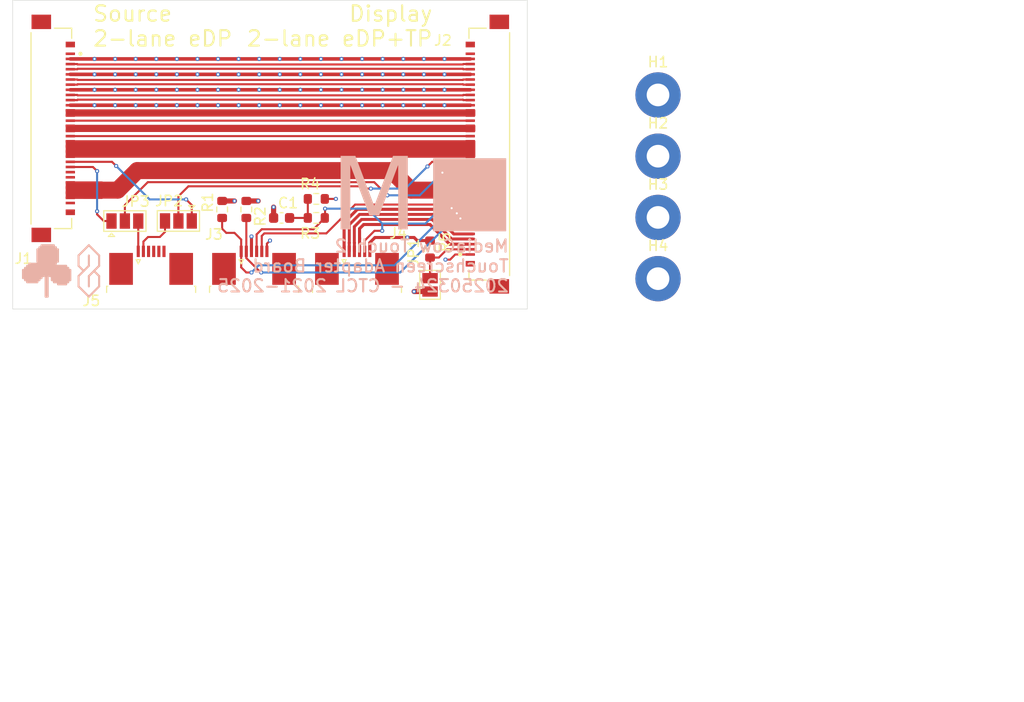
<source format=kicad_pcb>
(kicad_pcb (version 20240108) (generator "pcbnew") (generator_version "8.0")
  (layers (0 "F.Cu" signal) (1 "In1.Cu" signal) (2 "In2.Cu" signal) (31 "B.Cu" signal) (34 "B.Paste" user) (35 "F.Paste" user) (36 "B.SilkS" user "B.Silkscreen") (37 "F.SilkS" user "F.Silkscreen") (38 "B.Mask" user) (39 "F.Mask" user) (44 "Edge.Cuts" user))
  (net 0 "")
  (net 1 "TP_VSS")
  (net 2 "Net-(C1-Pad1)")
  (net 3 "GND")
  (net 4 "BL_GND")
  (net 5 "HS_GND")
  (net 6 "LCD_GND")
  (net 8 "LCD_VCC")
  (net 9 "EDP_TX1_N")
  (net 10 "BL_PWR")
  (net 11 "EDP_TX1_P")
  (net 12 "LCD_BIST")
  (net 13 "BL_PWM_MU")
  (net 14 "EDP_AUX_N")
  (net 15 "EDP_HPD")
  (net 16 "EDP_TX0_P")
  (net 17 "EDP_TX0_N")
  (net 18 "BL_EN_MU")
  (net 19 "EDP_AUX_P")
  (net 20 "BL_PWM")
  (net 21 "TP_RS")
  (net 22 "TP_I2C_SDA")
  (net 23 "TP_VCC")
  (net 24 "TP_INT")
  (net 25 "BL_EN")
  (net 26 "TP_USB_N")
  (net 27 "TP_I2C_SCL")
  (net 28 "TP_USB_P")
  (net 29 "TP_RST")
  (net 30 "BL_EN_EXT")
  (net 32 "BL_PWM_EXT")
  (footprint "Resistor_SMD:R_0603_1608Metric" (layer "F.Cu") (at 120.65 120.375 -90)
    (property "Reference" "R1" (at -0.675 1.4 90) (layer "F.SilkS"))
    (property "Value" "2.2K")
    (pad "1" smd roundrect (at -0.825 0 270) (size 0.8 0.95) (layers "F.Cu" "F.Paste" "F.Mask") (net 23 "TP_VCC"))
    (pad "2" smd roundrect (at 0.825 0 270) (size 0.8 0.95) (layers "F.Cu" "F.Paste" "F.Mask") (net 27 "TP_I2C_SCL"))
  )
  (footprint "Resistor_SMD:R_0603_1608Metric" (layer "F.Cu") (at 123 120.375 -90)
    (property "Reference" "R2" (at 0.675 -1.35 90) (layer "F.SilkS"))
    (property "Value" "2.2K")
    (pad "1" smd roundrect (at -0.825 0 270) (size 0.8 0.95) (layers "F.Cu" "F.Paste" "F.Mask") (net 23 "TP_VCC"))
    (pad "2" smd roundrect (at 0.825 0 270) (size 0.8 0.95) (layers "F.Cu" "F.Paste" "F.Mask") (net 22 "TP_I2C_SDA"))
  )
  (footprint "Resistor_SMD:R_0603_1608Metric" (layer "F.Cu") (at 129.8 121.2 180)
    (property "Reference" "R3" (at 0.6 -1.5 0) (layer "F.SilkS"))
    (property "Value" "1K")
    (pad "1" smd roundrect (at -0.825 0 180) (size 0.8 0.95) (layers "F.Cu" "F.Paste" "F.Mask") (net 29 "TP_RST"))
    (pad "2" smd roundrect (at 0.825 0 180) (size 0.8 0.95) (layers "F.Cu" "F.Paste" "F.Mask") (net 2 "Net-(C1-Pad1)"))
  )
  (footprint "Jumper:SolderJumper-3_P1.3mm_Open_Pad1.0x1.5mm" (layer "F.Cu") (at 111.2 121.5)
    (property "Reference" "JP3" (at 1.05 -1.9 0) (layer "F.SilkS"))
    (property "Value" "Jumper_3_Open" (hide yes))
    (pad "1" smd rect (at -1.3 0) (size 1 1.5) (layers "F.Cu" "F.Mask") (net 13 "BL_PWM_MU"))
    (pad "2" smd rect (at 0 0) (size 1 1.5) (layers "F.Cu" "F.Mask") (net 20 "BL_PWM"))
    (pad "3" smd rect (at 1.3 0) (size 1 1.5) (layers "F.Cu" "F.Mask") (net 32 "BL_PWM_EXT"))
  )
  (footprint "MediaCow:IPEX_20455-030E-76" (layer "F.Cu") (at 103.98 112.5 -90)
    (property "Reference" "J1" (at 12.65 2.63 0) (layer "F.SilkS"))
    (property "Value" "20455-030E-76")
    (pad "1" smd rect (at -7.25 -1.92 270) (size 0.25 0.9) (layers "F.Cu" "F.Paste" "F.Mask"))
    (pad "2" smd rect (at -6.75 -1.92 270) (size 0.25 0.9) (layers "F.Cu" "F.Paste" "F.Mask") (net 5 "HS_GND"))
    (pad "3" smd rect (at -6.25 -1.92 270) (size 0.25 0.9) (layers "F.Cu" "F.Paste" "F.Mask") (net 9 "EDP_TX1_N"))
    (pad "4" smd rect (at -5.75 -1.92 270) (size 0.25 0.9) (layers "F.Cu" "F.Paste" "F.Mask") (net 11 "EDP_TX1_P"))
    (pad "5" smd rect (at -5.25 -1.92 270) (size 0.25 0.9) (layers "F.Cu" "F.Paste" "F.Mask") (net 5 "HS_GND"))
    (pad "6" smd rect (at -4.75 -1.92 270) (size 0.25 0.9) (layers "F.Cu" "F.Paste" "F.Mask") (net 17 "EDP_TX0_N"))
    (pad "7" smd rect (at -4.25 -1.92 270) (size 0.25 0.9) (layers "F.Cu" "F.Paste" "F.Mask") (net 16 "EDP_TX0_P"))
    (pad "8" smd rect (at -3.75 -1.92 270) (size 0.25 0.9) (layers "F.Cu" "F.Paste" "F.Mask") (net 5 "HS_GND"))
    (pad "9" smd rect (at -3.25 -1.92 270) (size 0.25 0.9) (layers "F.Cu" "F.Paste" "F.Mask") (net 19 "EDP_AUX_P"))
    (pad "10" smd rect (at -2.75 -1.92 270) (size 0.25 0.9) (layers "F.Cu" "F.Paste" "F.Mask") (net 14 "EDP_AUX_N"))
    (pad "11" smd rect (at -2.25 -1.92 270) (size 0.25 0.9) (layers "F.Cu" "F.Paste" "F.Mask") (net 5 "HS_GND"))
    (pad "12" smd rect (at -1.75 -1.92 270) (size 0.25 0.9) (layers "F.Cu" "F.Paste" "F.Mask") (net 8 "LCD_VCC"))
    (pad "13" smd rect (at -1.25 -1.92 270) (size 0.25 0.9) (layers "F.Cu" "F.Paste" "F.Mask") (net 8 "LCD_VCC"))
    (pad "14" smd rect (at -0.75 -1.92 270) (size 0.25 0.9) (layers "F.Cu" "F.Paste" "F.Mask") (net 12 "LCD_BIST"))
    (pad "15" smd rect (at -0.25 -1.92 270) (size 0.25 0.9) (layers "F.Cu" "F.Paste" "F.Mask") (net 6 "LCD_GND"))
    (pad "16" smd rect (at 0.25 -1.92 270) (size 0.25 0.9) (layers "F.Cu" "F.Paste" "F.Mask") (net 6 "LCD_GND"))
    (pad "17" smd rect (at 0.75 -1.92 270) (size 0.25 0.9) (layers "F.Cu" "F.Paste" "F.Mask") (net 15 "EDP_HPD"))
    (pad "18" smd rect (at 1.25 -1.92 270) (size 0.25 0.9) (layers "F.Cu" "F.Paste" "F.Mask") (net 4 "BL_GND"))
    (pad "19" smd rect (at 1.75 -1.92 270) (size 0.25 0.9) (layers "F.Cu" "F.Paste" "F.Mask") (net 4 "BL_GND"))
    (pad "20" smd rect (at 2.25 -1.92 270) (size 0.25 0.9) (layers "F.Cu" "F.Paste" "F.Mask") (net 4 "BL_GND"))
    (pad "21" smd rect (at 2.75 -1.92 270) (size 0.25 0.9) (layers "F.Cu" "F.Paste" "F.Mask") (net 4 "BL_GND"))
    (pad "22" smd rect (at 3.25 -1.92 270) (size 0.25 0.9) (layers "F.Cu" "F.Paste" "F.Mask") (net 18 "BL_EN_MU"))
    (pad "23" smd rect (at 3.75 -1.92 270) (size 0.25 0.9) (layers "F.Cu" "F.Paste" "F.Mask") (net 13 "BL_PWM_MU"))
    (pad "24" smd rect (at 4.25 -1.92 270) (size 0.25 0.9) (layers "F.Cu" "F.Paste" "F.Mask"))
    (pad "25" smd rect (at 4.75 -1.92 270) (size 0.25 0.9) (layers "F.Cu" "F.Paste" "F.Mask"))
    (pad "26" smd rect (at 5.25 -1.92 270) (size 0.25 0.9) (layers "F.Cu" "F.Paste" "F.Mask") (net 10 "BL_PWR"))
    (pad "27" smd rect (at 5.75 -1.92 270) (size 0.25 0.9) (layers "F.Cu" "F.Paste" "F.Mask") (net 10 "BL_PWR"))
    (pad "28" smd rect (at 6.25 -1.92 270) (size 0.25 0.9) (layers "F.Cu" "F.Paste" "F.Mask") (net 10 "BL_PWR"))
    (pad "29" smd rect (at 6.75 -1.92 270) (size 0.25 0.9) (layers "F.Cu" "F.Paste" "F.Mask") (net 10 "BL_PWR"))
    (pad "30" smd rect (at 7.25 -1.92 270) (size 0.25 0.9) (layers "F.Cu" "F.Paste" "F.Mask"))
    (pad "S1" smd rect (at -8.15 -1.92 270) (size 0.55 0.9) (layers "F.Cu" "F.Paste" "F.Mask") (net 3 "GND"))
    (pad "S2" smd rect (at -10.35 0.9 270) (size 1.4 1.9) (layers "F.Cu" "F.Paste" "F.Mask") (net 3 "GND"))
    (pad "S3" smd rect (at 8.15 -1.92 270) (size 0.55 0.9) (layers "F.Cu" "F.Paste" "F.Mask") (net 3 "GND"))
    (pad "S4" smd rect (at 10.35 0.9 270) (size 1.4 1.9) (layers "F.Cu" "F.Paste" "F.Mask") (net 3 "GND"))
  )
  (footprint "MountingHole:MountingHole_2.2mm_M2_Pad" (layer "F.Cu") (at 163 121.15)
    (property "Reference" "H3" (at 0 -3.2 0) (layer "F.SilkS"))
    (property "Value" "MountingHole_Pad")
    (pad "1" thru_hole circle (at 0 0) (size 4.4 4.4) (drill 2.2) (layers "*.Cu" "*.Mask" "In3.Cu" "In4.Cu" "In5.Cu" "In6.Cu" "In7.Cu" "In8.Cu" "In9.Cu" "In10.Cu" "In11.Cu" "In12.Cu" "In13.Cu" "In14.Cu" "In15.Cu" "In16.Cu" "In17.Cu" "In18.Cu" "In19.Cu" "In20.Cu" "In21.Cu" "In22.Cu" "In23.Cu" "In24.Cu" "In25.Cu" "In26.Cu" "In27.Cu" "In28.Cu" "In29.Cu" "In30.Cu") (net 3 "GND"))
  )
  (footprint "Jumper:SolderJumper-2_P1.3mm_Open_Pad1.0x1.5mm" (layer "F.Cu") (at 140.85 127.7 -90)
    (property "Reference" "JP1" (at -3.15 1.6 90) (layer "F.SilkS"))
    (property "Value" "Jumper_2_Open")
    (pad "1" smd rect (at -0.65 0 270) (size 1 1.5) (layers "F.Cu" "F.Mask") (net 21 "TP_RS"))
    (pad "2" smd rect (at 0.65 0 270) (size 1 1.5) (layers "F.Cu" "F.Mask") (net 1 "TP_VSS"))
  )
  (footprint "MediaCow:IPEX_20455-040E-76" (layer "F.Cu") (at 146.68 115 90)
    (property "Reference" "J2" (at 11.05 -4.58 0) (layer "F.SilkS"))
    (property "Value" "20455-040E-76" (hide yes))
    (pad "1" smd rect (at -9.75 -1.92 90) (size 0.25 0.9) (layers "F.Cu" "F.Paste" "F.Mask") (net 23 "TP_VCC"))
    (pad "2" smd rect (at -9.25 -1.92 90) (size 0.25 0.9) (layers "F.Cu" "F.Paste" "F.Mask") (net 21 "TP_RS"))
    (pad "3" smd rect (at -8.75 -1.92 90) (size 0.25 0.9) (layers "F.Cu" "F.Paste" "F.Mask") (net 1 "TP_VSS"))
    (pad "4" smd rect (at -8.25 -1.92 90) (size 0.25 0.9) (layers "F.Cu" "F.Paste" "F.Mask") (net 26 "TP_USB_N"))
    (pad "5" smd rect (at -7.75 -1.92 90) (size 0.25 0.9) (layers "F.Cu" "F.Paste" "F.Mask") (net 28 "TP_USB_P"))
    (pad "6" smd rect (at -7.25 -1.92 90) (size 0.25 0.9) (layers "F.Cu" "F.Paste" "F.Mask") (net 1 "TP_VSS"))
    (pad "7" smd rect (at -6.75 -1.92 90) (size 0.25 0.9) (layers "F.Cu" "F.Paste" "F.Mask") (net 24 "TP_INT"))
    (pad "8" smd rect (at -6.25 -1.92 90) (size 0.25 0.9) (layers "F.Cu" "F.Paste" "F.Mask") (net 22 "TP_I2C_SDA"))
    (pad "9" smd rect (at -5.75 -1.92 90) (size 0.25 0.9) (layers "F.Cu" "F.Paste" "F.Mask") (net 27 "TP_I2C_SCL"))
    (pad "10" smd rect (at -5.25 -1.92 90) (size 0.25 0.9) (layers "F.Cu" "F.Paste" "F.Mask") (net 29 "TP_RST"))
    (pad "11" smd rect (at -4.75 -1.92 90) (size 0.25 0.9) (layers "F.Cu" "F.Paste" "F.Mask"))
    (pad "12" smd rect (at -4.25 -1.92 90) (size 0.25 0.9) (layers "F.Cu" "F.Paste" "F.Mask") (net 10 "BL_PWR"))
    (pad "13" smd rect (at -3.75 -1.92 90) (size 0.25 0.9) (layers "F.Cu" "F.Paste" "F.Mask") (net 10 "BL_PWR"))
    (pad "14" smd rect (at -3.25 -1.92 90) (size 0.25 0.9) (layers "F.Cu" "F.Paste" "F.Mask") (net 10 "BL_PWR"))
    (pad "15" smd rect (at -2.75 -1.92 90) (size 0.25 0.9) (layers "F.Cu" "F.Paste" "F.Mask") (net 10 "BL_PWR"))
    (pad "16" smd rect (at -2.25 -1.92 90) (size 0.25 0.9) (layers "F.Cu" "F.Paste" "F.Mask"))
    (pad "17" smd rect (at -1.75 -1.92 90) (size 0.25 0.9) (layers "F.Cu" "F.Paste" "F.Mask"))
    (pad "18" smd rect (at -1.25 -1.92 90) (size 0.25 0.9) (layers "F.Cu" "F.Paste" "F.Mask") (net 20 "BL_PWM"))
    (pad "19" smd rect (at -0.75 -1.92 90) (size 0.25 0.9) (layers "F.Cu" "F.Paste" "F.Mask") (net 25 "BL_EN"))
    (pad "20" smd rect (at -0.25 -1.92 90) (size 0.25 0.9) (layers "F.Cu" "F.Paste" "F.Mask") (net 4 "BL_GND"))
    (pad "21" smd rect (at 0.25 -1.92 90) (size 0.25 0.9) (layers "F.Cu" "F.Paste" "F.Mask") (net 4 "BL_GND"))
    (pad "22" smd rect (at 0.75 -1.92 90) (size 0.25 0.9) (layers "F.Cu" "F.Paste" "F.Mask") (net 4 "BL_GND"))
    (pad "23" smd rect (at 1.25 -1.92 90) (size 0.25 0.9) (layers "F.Cu" "F.Paste" "F.Mask") (net 4 "BL_GND"))
    (pad "24" smd rect (at 1.75 -1.92 90) (size 0.25 0.9) (layers "F.Cu" "F.Paste" "F.Mask") (net 15 "EDP_HPD"))
    (pad "25" smd rect (at 2.25 -1.92 90) (size 0.25 0.9) (layers "F.Cu" "F.Paste" "F.Mask") (net 6 "LCD_GND"))
    (pad "26" smd rect (at 2.75 -1.92 90) (size 0.25 0.9) (layers "F.Cu" "F.Paste" "F.Mask") (net 6 "LCD_GND"))
    (pad "27" smd rect (at 3.25 -1.92 90) (size 0.25 0.9) (layers "F.Cu" "F.Paste" "F.Mask") (net 12 "LCD_BIST"))
    (pad "28" smd rect (at 3.75 -1.92 90) (size 0.25 0.9) (layers "F.Cu" "F.Paste" "F.Mask") (net 8 "LCD_VCC"))
    (pad "29" smd rect (at 4.25 -1.92 90) (size 0.25 0.9) (layers "F.Cu" "F.Paste" "F.Mask") (net 8 "LCD_VCC"))
    (pad "30" smd rect (at 4.75 -1.92 90) (size 0.25 0.9) (layers "F.Cu" "F.Paste" "F.Mask") (net 5 "HS_GND"))
    (pad "31" smd rect (at 5.25 -1.92 90) (size 0.25 0.9) (layers "F.Cu" "F.Paste" "F.Mask") (net 14 "EDP_AUX_N"))
    (pad "32" smd rect (at 5.75 -1.92 90) (size 0.25 0.9) (layers "F.Cu" "F.Paste" "F.Mask") (net 19 "EDP_AUX_P"))
    (pad "33" smd rect (at 6.25 -1.92 90) (size 0.25 0.9) (layers "F.Cu" "F.Paste" "F.Mask") (net 5 "HS_GND"))
    (pad "34" smd rect (at 6.75 -1.92 90) (size 0.25 0.9) (layers "F.Cu" "F.Paste" "F.Mask") (net 16 "EDP_TX0_P"))
    (pad "35" smd rect (at 7.25 -1.92 90) (size 0.25 0.9) (layers "F.Cu" "F.Paste" "F.Mask") (net 17 "EDP_TX0_N"))
    (pad "36" smd rect (at 7.75 -1.92 90) (size 0.25 0.9) (layers "F.Cu" "F.Paste" "F.Mask") (net 5 "HS_GND"))
    (pad "37" smd rect (at 8.25 -1.92 90) (size 0.25 0.9) (layers "F.Cu" "F.Paste" "F.Mask") (net 11 "EDP_TX1_P"))
    (pad "38" smd rect (at 8.75 -1.92 90) (size 0.25 0.9) (layers "F.Cu" "F.Paste" "F.Mask") (net 9 "EDP_TX1_N"))
    (pad "39" smd rect (at 9.25 -1.92 90) (size 0.25 0.9) (layers "F.Cu" "F.Paste" "F.Mask") (net 5 "HS_GND"))
    (pad "40" smd rect (at 9.75 -1.92 90) (size 0.25 0.9) (layers "F.Cu" "F.Paste" "F.Mask"))
    (pad "S1" smd rect (at -10.65 -1.92 90) (size 0.55 0.9) (layers "F.Cu" "F.Paste" "F.Mask") (net 3 "GND"))
    (pad "S2" smd rect (at -12.85 0.9 90) (size 1.4 1.9) (layers "F.Cu" "F.Paste" "F.Mask") (net 3 "GND"))
    (pad "S3" smd rect (at 10.65 -1.92 90) (size 0.55 0.9) (layers "F.Cu" "F.Paste" "F.Mask") (net 3 "GND"))
    (pad "S4" smd rect (at 12.85 0.9 90) (size 1.4 1.9) (layers "F.Cu" "F.Paste" "F.Mask") (net 3 "GND"))
  )
  (footprint "Capacitor_SMD:C_0603_1608Metric" (layer "F.Cu") (at 126.425 121.2 180)
    (property "Reference" "C1" (at -0.625 1.45 0) (layer "F.SilkS"))
    (property "Value" "4.7uF")
    (pad "1" smd roundrect (at -0.775 0 180) (size 0.9 0.95) (layers "F.Cu" "F.Paste" "F.Mask") (net 2 "Net-(C1-Pad1)"))
    (pad "2" smd roundrect (at 0.775 0 180) (size 0.9 0.95) (layers "F.Cu" "F.Paste" "F.Mask") (net 1 "TP_VSS"))
  )
  (footprint "MountingHole:MountingHole_2.2mm_M2_Pad" (layer "F.Cu") (at 163 127.1)
    (property "Reference" "H4" (at 0 -3.2 0) (layer "F.SilkS"))
    (property "Value" "MountingHole_Pad")
    (pad "1" thru_hole circle (at 0 0) (size 4.4 4.4) (drill 2.2) (layers "*.Cu" "*.Mask" "In3.Cu" "In4.Cu" "In5.Cu" "In6.Cu" "In7.Cu" "In8.Cu" "In9.Cu" "In10.Cu" "In11.Cu" "In12.Cu" "In13.Cu" "In14.Cu" "In15.Cu" "In16.Cu" "In17.Cu" "In18.Cu" "In19.Cu" "In20.Cu" "In21.Cu" "In22.Cu" "In23.Cu" "In24.Cu" "In25.Cu" "In26.Cu" "In27.Cu" "In28.Cu" "In29.Cu" "In30.Cu") (net 3 "GND"))
  )
  (footprint "MountingHole:MountingHole_2.2mm_M2_Pad" (layer "F.Cu") (at 163 115.2)
    (property "Reference" "H2" (at 0 -3.2 0) (layer "F.SilkS"))
    (property "Value" "MountingHole_Pad")
    (pad "1" thru_hole circle (at 0 0) (size 4.4 4.4) (drill 2.2) (layers "*.Cu" "*.Mask" "In3.Cu" "In4.Cu" "In5.Cu" "In6.Cu" "In7.Cu" "In8.Cu" "In9.Cu" "In10.Cu" "In11.Cu" "In12.Cu" "In13.Cu" "In14.Cu" "In15.Cu" "In16.Cu" "In17.Cu" "In18.Cu" "In19.Cu" "In20.Cu" "In21.Cu" "In22.Cu" "In23.Cu" "In24.Cu" "In25.Cu" "In26.Cu" "In27.Cu" "In28.Cu" "In29.Cu" "In30.Cu") (net 3 "GND"))
  )
  (footprint "MountingHole:MountingHole_2.2mm_M2_Pad" (layer "F.Cu") (at 163 109.25)
    (property "Reference" "H1" (at 0 -3.2 0) (layer "F.SilkS"))
    (property "Value" "MountingHole_Pad")
    (pad "1" thru_hole circle (at 0 0) (size 4.4 4.4) (drill 2.2) (layers "*.Cu" "*.Mask" "In3.Cu" "In4.Cu" "In5.Cu" "In6.Cu" "In7.Cu" "In8.Cu" "In9.Cu" "In10.Cu" "In11.Cu" "In12.Cu" "In13.Cu" "In14.Cu" "In15.Cu" "In16.Cu" "In17.Cu" "In18.Cu" "In19.Cu" "In20.Cu" "In21.Cu" "In22.Cu" "In23.Cu" "In24.Cu" "In25.Cu" "In26.Cu" "In27.Cu" "In28.Cu" "In29.Cu" "In30.Cu") (net 3 "GND"))
  )
  (footprint "Resistor_SMD:R_0603_1608Metric" (layer "F.Cu") (at 129.8 119.35 180)
    (property "Reference" "R4" (at 0.6 1.45 0) (layer "F.SilkS"))
    (property "Value" "10K")
    (pad "1" smd roundrect (at -0.825 0 180) (size 0.8 0.95) (layers "F.Cu" "F.Paste" "F.Mask") (net 23 "TP_VCC"))
    (pad "2" smd roundrect (at 0.825 0 180) (size 0.8 0.95) (layers "F.Cu" "F.Paste" "F.Mask") (net 2 "Net-(C1-Pad1)"))
  )
  (footprint "Resistor_SMD:R_0603_1608Metric" (layer "F.Cu") (at 140.85 124.225 -90)
    (property "Reference" "R5" (at -0.675 -1.45 90) (layer "F.SilkS"))
    (property "Value" "10K")
    (pad "1" smd roundrect (at -0.825 0 270) (size 0.8 0.95) (layers "F.Cu" "F.Paste" "F.Mask") (net 23 "TP_VCC"))
    (pad "2" smd roundrect (at 0.825 0 270) (size 0.8 0.95) (layers "F.Cu" "F.Paste" "F.Mask") (net 21 "TP_RS"))
  )
  (footprint "Connector_FFC-FPC:TE_0-1734839-6_1x06-1MP_P0.5mm_Horizontal" (layer "F.Cu") (at 133.75 125.8)
    (property "Reference" "J4" (at 4 -3.1 0) (layer "F.SilkS"))
    (property "Value" "Touch Data - USB")
    (pad "1" smd rect (at -1.25 -1.35) (size 0.3 1.1) (layers "F.Cu" "F.Paste" "F.Mask") (net 1 "TP_VSS"))
    (pad "2" smd rect (at -0.75 -1.35) (size 0.3 1.1) (layers "F.Cu" "F.Paste" "F.Mask") (net 28 "TP_USB_P"))
    (pad "3" smd rect (at -0.25 -1.35) (size 0.3 1.1) (layers "F.Cu" "F.Paste" "F.Mask") (net 26 "TP_USB_N"))
    (pad "4" smd rect (at 0.25 -1.35) (size 0.3 1.1) (layers "F.Cu" "F.Paste" "F.Mask") (net 1 "TP_VSS"))
    (pad "5" smd rect (at 0.75 -1.35) (size 0.3 1.1) (layers "F.Cu" "F.Paste" "F.Mask") (net 29 "TP_RST"))
    (pad "6" smd rect (at 1.25 -1.35) (size 0.3 1.1) (layers "F.Cu" "F.Paste" "F.Mask") (net 23 "TP_VCC"))
    (pad "MP" smd rect (at -2.92 0.35) (size 2.3 3.1) (layers "F.Cu" "F.Paste" "F.Mask"))
    (pad "MP" smd rect (at 2.92 0.35) (size 2.3 3.1) (layers "F.Cu" "F.Paste" "F.Mask"))
  )
  (footprint "Connector_FFC-FPC:TE_0-1734839-6_1x06-1MP_P0.5mm_Horizontal" (layer "F.Cu") (at 123.75 125.8)
    (property "Reference" "J3" (at -3.9 -3 0) (layer "F.SilkS"))
    (property "Value" "Touch Data - I2C")
    (pad "1" smd rect (at -1.25 -1.35) (size 0.3 1.1) (layers "F.Cu" "F.Paste" "F.Mask") (net 27 "TP_I2C_SCL"))
    (pad "2" smd rect (at -0.75 -1.35) (size 0.3 1.1) (layers "F.Cu" "F.Paste" "F.Mask") (net 22 "TP_I2C_SDA"))
    (pad "3" smd rect (at -0.25 -1.35) (size 0.3 1.1) (layers "F.Cu" "F.Paste" "F.Mask") (net 1 "TP_VSS"))
    (pad "4" smd rect (at 0.25 -1.35) (size 0.3 1.1) (layers "F.Cu" "F.Paste" "F.Mask") (net 29 "TP_RST"))
    (pad "5" smd rect (at 0.75 -1.35) (size 0.3 1.1) (layers "F.Cu" "F.Paste" "F.Mask") (net 24 "TP_INT"))
    (pad "6" smd rect (at 1.25 -1.35) (size 0.3 1.1) (layers "F.Cu" "F.Paste" "F.Mask") (net 23 "TP_VCC"))
    (pad "MP" smd rect (at -2.92 0.35) (size 2.3 3.1) (layers "F.Cu" "F.Paste" "F.Mask"))
    (pad "MP" smd rect (at 2.92 0.35) (size 2.3 3.1) (layers "F.Cu" "F.Paste" "F.Mask"))
  )
  (footprint "Jumper:SolderJumper-3_P1.3mm_Open_Pad1.0x1.5mm" (layer "F.Cu") (at 116.4 121.4925 180)
    (property "Reference" "JP2" (at 0.9 1.9425 0) (layer "F.SilkS"))
    (property "Value" "Jumper_3_Open" (hide yes))
    (pad "1" smd rect (at -1.3 0 180) (size 1 1.5) (layers "F.Cu" "F.Mask") (net 18 "BL_EN_MU"))
    (pad "2" smd rect (at 0 0 180) (size 1 1.5) (layers "F.Cu" "F.Mask") (net 25 "BL_EN"))
    (pad "3" smd rect (at 1.3 0 180) (size 1 1.5) (layers "F.Cu" "F.Mask") (net 30 "BL_EN_EXT"))
  )
  (footprint "Connector_FFC-FPC:TE_0-1734839-6_1x06-1MP_P0.5mm_Horizontal" (layer "F.Cu") (at 113.75 125.8)
    (property "Reference" "J5" (at -5.8 3.45 0) (layer "F.SilkS"))
    (property "Value" "External Backlight Control")
    (pad "1" smd rect (at -1.25 -1.35) (size 0.3 1.1) (layers "F.Cu" "F.Paste" "F.Mask") (net 32 "BL_PWM_EXT"))
    (pad "2" smd rect (at -0.75 -1.35) (size 0.3 1.1) (layers "F.Cu" "F.Paste" "F.Mask") (net 30 "BL_EN_EXT"))
    (pad "3" smd rect (at -0.25 -1.35) (size 0.3 1.1) (layers "F.Cu" "F.Paste" "F.Mask") (net 3 "GND"))
    (pad "4" smd rect (at 0.25 -1.35) (size 0.3 1.1) (layers "F.Cu" "F.Paste" "F.Mask") (net 8 "LCD_VCC"))
    (pad "5" smd rect (at 0.75 -1.35) (size 0.3 1.1) (layers "F.Cu" "F.Paste" "F.Mask"))
    (pad "6" smd rect (at 1.25 -1.35) (size 0.3 1.1) (layers "F.Cu" "F.Paste" "F.Mask") (net 10 "BL_PWR"))
    (pad "MP" smd rect (at -2.92 0.35) (size 2.3 3.1) (layers "F.Cu" "F.Paste" "F.Mask"))
    (pad "MP" smd rect (at 2.92 0.35) (size 2.3 3.1) (layers "F.Cu" "F.Paste" "F.Mask"))
  )
  (gr_rect (start 105.55 112.25) (end 145.15 112.75) (stroke (width 0.2)) (fill solid) (layer "F.Cu") (net 6))
  (gr_rect (start 141.6873 117.75) (end 145.1127 119.25) (stroke (width 0.2)) (fill solid) (layer "F.Cu") (net 10))
  (gr_rect (start 105.55 113.75) (end 145.15 115.25) (stroke (width 0.2)) (fill solid) (layer "F.Cu") (net 4))
  (gr_rect (start 105.55 110.75) (end 145.15 111.25) (stroke (width 0.2)) (fill solid) (layer "F.Cu") (net 8))
  (gr_rect (start 105.55 117.75) (end 108.9754 119.25) (stroke (width 0.2)) (fill solid) (layer "F.Cu") (net 10))
  (gr_line (start 107.7 125.85) (end 107.7 124.85) (stroke (width 0.2)) (layer "B.SilkS"))
  (gr_line (start 107.7 127.85) (end 107.7 126.85) (stroke (width 0.2)) (layer "B.SilkS"))
  (gr_line (start 106.7 125.85) (end 107.2 126.35) (stroke (width 0.2)) (layer "B.SilkS"))
  (gr_poly (pts (xy 103.7 128.85) (xy 103.7 126.65) (xy 103.9 126.65) (xy 103.9 126.85) (xy 104.1 126.85) (xy 104.1 127.25) (xy 104.3 127.25) (xy 104.3 127.45) (xy 104.7 127.45) (xy 104.7 127.65) (xy 105.5 127.65) (xy 105.5 127.45) (xy 105.7 127.45) (xy 105.7 127.25) (xy 105.9 127.25) (xy 105.9 126.25) (xy 105.7 126.25) (xy 105.7 126.05) (xy 105.5 126.05) (xy 105.5 125.85) (xy 104.3 125.85) (xy 104.3 126.05) (xy 104.1 126.05) (xy 104.1 126.25) (xy 103.9 126.25) (xy 103.9 126.05) (xy 104.1 126.05) (xy 104.1 125.85) (xy 104.3 125.85) (xy 104.3 125.65) (xy 104.5 125.65) (xy 104.5 125.45) (xy 104.7 125.45) (xy 104.7 124.25) (xy 104.5 124.25) (xy 104.5 124.05) (xy 104.3 124.05) (xy 104.3 123.85) (xy 103.1 123.85) (xy 103.1 124.05) (xy 102.9 124.05) (xy 102.9 124.25) (xy 102.7 124.25) (xy 102.7 125.45) (xy 102.9 125.45) (xy 102.9 125.65) (xy 103.1 125.65) (xy 103.1 125.85) (xy 103.3 125.85) (xy 103.3 126.05) (xy 103.5 126.05) (xy 103.5 126.25) (xy 103.3 126.25) (xy 103.3 126.05) (xy 103.1 126.05) (xy 103.1 125.85) (xy 102.9 125.85) (xy 102.9 125.65) (xy 101.9 125.65) (xy 101.9 125.85) (xy 101.7 125.85) (xy 101.7 126.05) (xy 101.5 126.05) (xy 101.5 126.25) (xy 101.3 126.25) (xy 101.3 127.05) (xy 101.5 127.05) (xy 101.5 127.25) (xy 101.7 127.25) (xy 101.7 127.45) (xy 102.7 127.45) (xy 102.7 127.25) (xy 102.9 127.25) (xy 102.9 127.05) (xy 103.1 127.05) (xy 103.1 126.85) (xy 103.3 126.85) (xy 103.3 126.65) (xy 103.5 126.65) (xy 103.5 128.85)) (stroke (width 0.2)) (fill solid) (layer "B.SilkS"))
  (gr_line (start 108.7 125.85) (end 107.7 126.85) (stroke (width 0.2)) (layer "B.SilkS"))
  (gr_line (start 107.7 128.85) (end 106.7 127.85) (stroke (width 0.2)) (layer "B.SilkS"))
  (gr_line (start 108.7 127.85) (end 107.7 128.85) (stroke (width 0.2)) (layer "B.SilkS"))
  (gr_line (start 107.7 123.85) (end 106.7 124.85) (stroke (width 0.2)) (layer "B.SilkS"))
  (gr_line (start 107.7 125.85) (end 106.7 126.85) (stroke (width 0.2)) (layer "B.SilkS"))
  (gr_line (start 108.7 124.85) (end 107.7 123.85) (stroke (width 0.2)) (layer "B.SilkS"))
  (gr_line (start 108.7 127.85) (end 108.7 126.85) (stroke (width 0.2)) (layer "B.SilkS"))
  (gr_line (start 106.7 127.85) (end 106.7 126.85) (stroke (width 0.2)) (layer "B.SilkS"))
  (gr_line (start 108.7 125.85) (end 108.7 124.85) (stroke (width 0.2)) (layer "B.SilkS"))
  (gr_rect (start 141.2 115.45) (end 148.2 122.45) (stroke (width 0.1)) (fill solid) (layer "B.SilkS"))
  (gr_line (start 108.7 126.85) (end 108.2 126.35) (stroke (width 0.2)) (layer "B.SilkS"))
  (gr_line (start 106.7 124.85) (end 106.7 125.85) (stroke (width 0.2)) (layer "B.SilkS"))
  (gr_rect (start 100.3 100.05) (end 150.3 130.05) (stroke (width 0.05)) (fill none) (layer "Edge.Cuts"))
  (gr_text "M" (at 131.2 123.5 0) (layer "B.SilkS") (effects (font (size 7 7) (thickness 0.1)) (justify right bottom mirror)))
  (gr_text "MediaCow Touch 2\nTouchscreen Adapter Board\n20250324 - CTCL 2021-2025" (at 148.6 128.5 0) (layer "B.SilkS") (effects (font (size 1.2 1.2) (thickness 0.2) (bold yes)) (justify left bottom mirror)))
  (gr_text "Source\n2-lane eDP" (at 108 104.65 0) (layer "F.SilkS") (effects (font (size 1.5 1.5) (thickness 0.2)) (justify left bottom)))
  (gr_text "Display\n2-lane eDP+TP" (at 141.2 104.65 0) (layer "F.SilkS") (effects (font (size 1.5 1.5) (thickness 0.2)) (justify right bottom)))
  (segment (start 134.405526 121.8376) (end 140.844474 121.8376) (width 0.3) (layer "F.Cu") (net 1))
  (segment (start 134 122.243126) (end 134.405526 121.8376) (width 0.3) (layer "F.Cu") (net 1))
  (segment (start 134 123.25) (end 134 124.45) (width 0.3) (layer "F.Cu") (net 1))
  (segment (start 133.7876 120.3624) (end 141.4624 120.3624) (width 0.3) (layer "F.Cu") (net 1))
  (segment (start 141.4624 120.3624) (end 143.35 122.25) (width 0.3) (layer "F.Cu") (net 1))
  (segment (start 140.85 128.35) (end 139.3 128.35) (width 0.5) (layer "F.Cu") (net 1))
  (segment (start 125.65 120.15) (end 125.65 121.2) (width 0.5) (layer "F.Cu") (net 1))
  (segment (start 132.5 121.65) (end 133.7876 120.3624) (width 0.3) (layer "F.Cu") (net 1))
  (segment (start 134 123.25) (end 134 122.243126) (width 0.3) (layer "F.Cu") (net 1))
  (segment (start 132.5 124.45) (end 132.5 121.65) (width 0.3) (layer "F.Cu") (net 1))
  (segment (start 142.756874 123.75) (end 144.76 123.75) (width 0.3) (layer "F.Cu") (net 1))
  (segment (start 143.35 122.25) (end 144.76 122.25) (width 0.3) (layer "F.Cu") (net 1))
  (segment (start 140.844474 121.8376) (end 142.756874 123.75) (width 0.3) (layer "F.Cu") (net 1))
  (segment (start 123.5 124.45) (end 123.5 123) (width 0.3) (layer "F.Cu") (net 1))
  (segment (start 134 123.1) (end 134 123.25) (width 0.3) (layer "F.Cu") (net 1))
  (via (at 123.5 123) (size 0.4) (drill 0.2) (layers "F.Cu" "B.Cu") (net 1))
  (via (at 125.65 120.15) (size 0.4) (drill 0.2) (layers "F.Cu" "B.Cu") (net 1))
  (via (at 139.3 128.35) (size 0.4) (drill 0.2) (layers "F.Cu" "B.Cu") (net 1))
  (segment (start 128.975 119.35) (end 128.975 121.2) (width 0.2) (layer "F.Cu") (net 2))
  (segment (start 128.975 121.2) (end 127.2 121.2) (width 0.2) (layer "F.Cu") (net 2))
  (segment (start 105.9 110.25) (end 144.76 110.25) (width 0.35) (layer "F.Cu") (net 5))
  (segment (start 105.9 107.25) (end 144.76 107.25) (width 0.35) (layer "F.Cu") (net 5))
  (segment (start 144.76 108.75) (end 105.9 108.75) (width 0.35) (layer "F.Cu") (net 5))
  (segment (start 144.76 105.75) (end 105.9 105.75) (width 0.35) (layer "F.Cu") (net 5))
  (via (at 138.25 107.25) (size 0.4) (drill 0.2) (layers "F.Cu" "B.Cu") (net 5))
  (via (at 140.25 108.75) (size 0.4) (drill 0.2) (layers "F.Cu" "B.Cu") (net 5))
  (via (at 120.25 105.75) (size 0.4) (drill 0.2) (layers "F.Cu" "B.Cu") (net 5))
  (via (at 126.25 110.25) (size 0.4) (drill 0.2) (layers "F.Cu" "B.Cu") (net 5))
  (via (at 134.25 110.25) (size 0.4) (drill 0.2) (layers "F.Cu" "B.Cu") (net 5))
  (via (at 116.25 107.25) (size 0.4) (drill 0.2) (layers "F.Cu" "B.Cu") (net 5))
  (via (at 138.25 105.75) (size 0.4) (drill 0.2) (layers "F.Cu" "B.Cu") (net 5))
  (via (at 128.25 105.75) (size 0.4) (drill 0.2) (layers "F.Cu" "B.Cu") (net 5))
  (via (at 124.25 110.25) (size 0.4) (drill 0.2) (layers "F.Cu" "B.Cu") (net 5))
  (via (at 126.25 105.75) (size 0.4) (drill 0.2) (layers "F.Cu" "B.Cu") (net 5))
  (via (at 114.25 105.75) (size 0.4) (drill 0.2) (layers "F.Cu" "B.Cu") (net 5))
  (via (at 140.25 105.75) (size 0.4) (drill 0.2) (layers "F.Cu" "B.Cu") (net 5))
  (via (at 128.25 107.25) (size 0.4) (drill 0.2) (layers "F.Cu" "B.Cu") (net 5))
  (via (at 136.25 105.75) (size 0.4) (drill 0.2) (layers "F.Cu" "B.Cu") (net 5))
  (via (at 142.25 105.75) (size 0.4) (drill 0.2) (layers "F.Cu" "B.Cu") (net 5))
  (via (at 110.25 107.25) (size 0.4) (drill 0.2) (layers "F.Cu" "B.Cu") (net 5))
  (via (at 138.25 110.25) (size 0.4) (drill 0.2) (layers "F.Cu" "B.Cu") (net 5))
  (via (at 114.25 110.25) (size 0.4) (drill 0.2) (layers "F.Cu" "B.Cu") (net 5))
  (via (at 116.25 108.75) (size 0.4) (drill 0.2) (layers "F.Cu" "B.Cu") (net 5))
  (via (at 124.25 107.25) (size 0.4) (drill 0.2) (layers "F.Cu" "B.Cu") (net 5))
  (via (at 136.25 108.75) (size 0.4) (drill 0.2) (layers "F.Cu" "B.Cu") (net 5))
  (via (at 142.25 110.25) (size 0.4) (drill 0.2) (layers "F.Cu" "B.Cu") (net 5))
  (via (at 130.25 105.75) (size 0.4) (drill 0.2) (layers "F.Cu" "B.Cu") (net 5))
  (via (at 108.25 107.25) (size 0.4) (drill 0.2) (layers "F.Cu" "B.Cu") (net 5))
  (via (at 122.25 108.75) (size 0.4) (drill 0.2) (layers "F.Cu" "B.Cu") (net 5))
  (via (at 124.25 108.75) (size 0.4) (drill 0.2) (layers "F.Cu" "B.Cu") (net 5))
  (via (at 142.25 107.25) (size 0.4) (drill 0.2) (layers "F.Cu" "B.Cu") (net 5))
  (via (at 118.25 105.75) (size 0.4) (drill 0.2) (layers "F.Cu" "B.Cu") (net 5))
  (via (at 108.25 108.75) (size 0.4) (drill 0.2) (layers "F.Cu" "B.Cu") (net 5))
  (via (at 122.25 105.75) (size 0.4) (drill 0.2) (layers "F.Cu" "B.Cu") (net 5))
  (via (at 126.25 108.75) (size 0.4) (drill 0.2) (layers "F.Cu" "B.Cu") (net 5))
  (via (at 108.25 105.75) (size 0.4) (drill 0.2) (layers "F.Cu" "B.Cu") (net 5))
  (via (at 132.25 110.25) (size 0.4) (drill 0.2) (layers "F.Cu" "B.Cu") (net 5))
  (via (at 120.25 110.25) (size 0.4) (drill 0.2) (layers "F.Cu" "B.Cu") (net 5))
  (via (at 130.25 108.75) (size 0.4) (drill 0.2) (layers "F.Cu" "B.Cu") (net 5))
  (via (at 134.25 108.75) (size 0.4) (drill 0.2) (layers "F.Cu" "B.Cu") (net 5))
  (via (at 122.25 110.25) (size 0.4) (drill 0.2) (layers "F.Cu" "B.Cu") (net 5))
  (via (at 130.25 107.25) (size 0.4) (drill 0.2) (layers "F.Cu" "B.Cu") (net 5))
  (via (at 136.25 110.25) (size 0.4) (drill 0.2) (layers "F.Cu" "B.Cu") (net 5))
  (via (at 112.25 105.75) (size 0.4) (drill 0.2) (layers "F.Cu" "B.Cu") (net 5))
  (via (at 138.25 108.75) (size 0.4) (drill 0.2) (layers "F.Cu" "B.Cu") (net 5))
  (via (at 116.25 105.75) (size 0.4) (drill 0.2) (layers "F.Cu" "B.Cu") (net 5))
  (via (at 110.25 105.75) (size 0.4) (drill 0.2) (layers "F.Cu" "B.Cu") (net 5))
  (via (at 110.25 108.75) (size 0.4) (drill 0.2) (layers "F.Cu" "B.Cu") (net 5))
  (via (at 124.25 105.75) (size 0.4) (drill 0.2) (layers "F.Cu" "B.Cu") (net 5))
  (via (at 118.25 107.25) (size 0.4) (drill 0.2) (layers "F.Cu" "B.Cu") (net 5))
  (via (at 132.25 107.25) (size 0.4) (drill 0.2) (layers "F.Cu" "B.Cu") (net 5))
  (via (at 112.25 110.25) (size 0.4) (drill 0.2) (layers "F.Cu" "B.Cu") (net 5))
  (via (at 114.25 107.25) (size 0.4) (drill 0.2) (layers "F.Cu" "B.Cu") (net 5))
  (via (at 132.25 105.75) (size 0.4) (drill 0.2) (layers "F.Cu" "B.Cu") (net 5))
  (via (at 108.25 110.25) (size 0.4) (drill 0.2) (layers "F.Cu" "B.Cu") (net 5))
  (via (at 136.25 107.25) (size 0.4) (drill 0.2) (layers "F.Cu" "B.Cu") (net 5))
  (via (at 110.25 110.25) (size 0.4) (drill 0.2) (layers "F.Cu" "B.Cu") (net 5))
  (via (at 118.25 110.25) (size 0.4) (drill 0.2) (layers "F.Cu" "B.Cu") (net 5))
  (via (at 140.25 107.25) (size 0.4) (drill 0.2) (layers "F.Cu" "B.Cu") (net 5))
  (via (at 142.25 108.75) (size 0.4) (drill 0.2) (layers "F.Cu" "B.Cu") (net 5))
  (via (at 140.25 110.25) (size 0.4) (drill 0.2) (layers "F.Cu" "B.Cu") (net 5))
  (via (at 118.25 108.75) (size 0.4) (drill 0.2) (layers "F.Cu" "B.Cu") (net 5))
  (via (at 120.25 107.25) (size 0.4) (drill 0.2) (layers "F.Cu" "B.Cu") (net 5))
  (via (at 116.25 110.25) (size 0.4) (drill 0.2) (layers "F.Cu" "B.Cu") (net 5))
  (via (at 122.25 107.25) (size 0.4) (drill 0.2) (layers "F.Cu" "B.Cu") (net 5))
  (via (at 126.25 107.25) (size 0.4) (drill 0.2) (layers "F.Cu" "B.Cu") (net 5))
  (via (at 120.25 108.75) (size 0.4) (drill 0.2) (layers "F.Cu" "B.Cu") (net 5))
  (via (at 134.25 107.25) (size 0.4) (drill 0.2) (layers "F.Cu" "B.Cu") (net 5))
  (via (at 130.25 110.25) (size 0.4) (drill 0.2) (layers "F.Cu" "B.Cu") (net 5))
  (via (at 112.25 108.75) (size 0.4) (drill 0.2) (layers "F.Cu" "B.Cu") (net 5))
  (via (at 114.25 108.75) (size 0.4) (drill 0.2) (layers "F.Cu" "B.Cu") (net 5))
  (via (at 132.25 108.75) (size 0.4) (drill 0.2) (layers "F.Cu" "B.Cu") (net 5))
  (via (at 112.25 107.25) (size 0.4) (drill 0.2) (layers "F.Cu" "B.Cu") (net 5))
  (via (at 128.25 108.75) (size 0.4) (drill 0.2) (layers "F.Cu" "B.Cu") (net 5))
  (via (at 134.25 105.75) (size 0.4) (drill 0.2) (layers "F.Cu" "B.Cu") (net 5))
  (via (at 128.25 110.25) (size 0.4) (drill 0.2) (layers "F.Cu" "B.Cu") (net 5))
  (segment (start 144.084999 106.25) (end 144.76 106.25) (width 0.2032) (layer "F.Cu") (net 9))
  (segment (start 106.613151 106.28815) (end 144.046849 106.28815) (width 0.2032) (layer "F.Cu") (net 9))
  (segment (start 106.575001 106.25) (end 106.613151 106.28815) (width 0.2032) (layer "F.Cu") (net 9))
  (segment (start 105.9 106.25) (end 106.575001 106.25) (width 0.2032) (layer "F.Cu") (net 9))
  (segment (start 144.046849 106.28815) (end 144.084999 106.25) (width 0.2032) (layer "F.Cu") (net 9))
  (segment (start 139 118.5) (end 142.1 118.5) (width 1.65) (layer "F.Cu") (net 10))
  (segment (start 112.4 116.6) (end 137.1 116.6) (width 1.65) (layer "F.Cu") (net 10))
  (segment (start 137.1 116.6) (end 139 118.5) (width 1.65) (layer "F.Cu") (net 10))
  (segment (start 110.5 118.5) (end 112.4 116.6) (width 1.65) (layer "F.Cu") (net 10))
  (segment (start 107.2627 118.5) (end 110.5 118.5) (width 1.65) (layer "F.Cu") (net 10))
  (segment (start 106.575001 106.75) (end 106.613151 106.71185) (width 0.2032) (layer "F.Cu") (net 11))
  (segment (start 106.613151 106.71185) (end 144.046849 106.71185) (width 0.2032) (layer "F.Cu") (net 11))
  (segment (start 144.084999 106.75) (end 144.76 106.75) (width 0.2032) (layer "F.Cu") (net 11))
  (segment (start 105.9 106.75) (end 106.575001 106.75) (width 0.2032) (layer "F.Cu") (net 11))
  (segment (start 144.046849 106.71185) (end 144.084999 106.75) (width 0.2032) (layer "F.Cu") (net 11))
  (segment (start 105.9 111.75) (end 144.76 111.75) (width 0.2) (layer "F.Cu") (net 12))
  (segment (start 108.5 120.55) (end 108.5 120.85) (width 0.2) (layer "F.Cu") (net 13))
  (segment (start 109.15 121.5) (end 109.9 121.5) (width 0.2) (layer "F.Cu") (net 13))
  (segment (start 108.5 116.65) (end 108.1 116.25) (width 0.2) (layer "F.Cu") (net 13))
  (segment (start 108.5 120.85) (end 109.15 121.5) (width 0.2) (layer "F.Cu") (net 13))
  (segment (start 108.1 116.25) (end 105.9 116.25) (width 0.2) (layer "F.Cu") (net 13))
  (via (at 108.5 120.55) (size 0.4) (drill 0.2) (layers "F.Cu" "B.Cu") (net 13))
  (via (at 108.5 116.65) (size 0.4) (drill 0.2) (layers "F.Cu" "B.Cu") (net 13))
  (segment (start 108.5 116.65) (end 108.5 120.55) (width 0.2) (layer "B.Cu") (net 13))
  (segment (start 105.9 109.75) (end 106.575001 109.75) (width 0.2032) (layer "F.Cu") (net 14))
  (segment (start 144.046849 109.71185) (end 144.084999 109.75) (width 0.2032) (layer "F.Cu") (net 14))
  (segment (start 106.575001 109.75) (end 106.613151 109.71185) (width 0.2032) (layer "F.Cu") (net 14))
  (segment (start 144.084999 109.75) (end 144.76 109.75) (width 0.2032) (layer "F.Cu") (net 14))
  (segment (start 106.613151 109.71185) (end 144.046849 109.71185) (width 0.2032) (layer "F.Cu") (net 14))
  (segment (start 144.76 113.25) (end 105.9 113.25) (width 0.2) (layer "F.Cu") (net 15))
  (segment (start 144.046849 108.21185) (end 144.084999 108.25) (width 0.2032) (layer "F.Cu") (net 16))
  (segment (start 105.9 108.25) (end 106.575001 108.25) (width 0.2032) (layer "F.Cu") (net 16))
  (segment (start 106.613151 108.21185) (end 144.046849 108.21185) (width 0.2032) (layer "F.Cu") (net 16))
  (segment (start 144.084999 108.25) (end 144.76 108.25) (width 0.2032) (layer "F.Cu") (net 16))
  (segment (start 106.575001 108.25) (end 106.613151 108.21185) (width 0.2032) (layer "F.Cu") (net 16))
  (segment (start 144.084999 107.75) (end 144.76 107.75) (width 0.2032) (layer "F.Cu") (net 17))
  (segment (start 106.613151 107.78815) (end 144.046849 107.78815) (width 0.2032) (layer "F.Cu") (net 17))
  (segment (start 144.046849 107.78815) (end 144.084999 107.75) (width 0.2032) (layer "F.Cu") (net 17))
  (segment (start 105.9 107.75) (end 106.575001 107.75) (width 0.2032) (layer "F.Cu") (net 17))
  (segment (start 106.575001 107.75) (end 106.613151 107.78815) (width 0.2032) (layer "F.Cu") (net 17))
  (segment (start 117.7 119.95) (end 117.7 121.4925) (width 0.2) (layer "F.Cu") (net 18))
  (segment (start 105.9 115.75) (end 109.95 115.75) (width 0.2) (layer "F.Cu") (net 18))
  (segment (start 109.95 115.75) (end 110.35 116.15) (width 0.2) (layer "F.Cu") (net 18))
  (segment (start 117.15 119.4) (end 117.7 119.95) (width 0.2) (layer "F.Cu") (net 18))
  (via (at 117.15 119.4) (size 0.4) (drill 0.2) (layers "F.Cu" "B.Cu") (net 18))
  (via (at 110.35 116.15) (size 0.4) (drill 0.2) (layers "F.Cu" "B.Cu") (net 18))
  (segment (start 113.1 118.9) (end 113.6 119.4) (width 0.2) (layer "B.Cu") (net 18))
  (segment (start 110.35 116.15) (end 113.1 118.9) (width 0.2) (layer "B.Cu") (net 18))
  (segment (start 113.6 119.4) (end 117.15 119.4) (width 0.2) (layer "B.Cu") (net 18))
  (segment (start 106.575001 109.25) (end 106.613151 109.28815) (width 0.2032) (layer "F.Cu") (net 19))
  (segment (start 106.613151 109.28815) (end 144.046849 109.28815) (width 0.2032) (layer "F.Cu") (net 19))
  (segment (start 105.9 109.25) (end 106.575001 109.25) (width 0.2032) (layer "F.Cu") (net 19))
  (segment (start 144.084999 109.25) (end 144.76 109.25) (width 0.2032) (layer "F.Cu") (net 19))
  (segment (start 144.046849 109.28815) (end 144.084999 109.25) (width 0.2032) (layer "F.Cu") (net 19))
  (segment (start 142.6 116.25) (end 144.76 116.25) (width 0.2) (layer "F.Cu") (net 20))
  (segment (start 136.7 119) (end 135.425 117.725) (width 0.2) (layer "F.Cu") (net 20))
  (segment (start 111.2 119.95) (end 111.2 121.5) (width 0.2) (layer "F.Cu") (net 20))
  (segment (start 142.05 116.8) (end 142.6 116.25) (width 0.2) (layer "F.Cu") (net 20))
  (segment (start 135.425 117.725) (end 113.425 117.725) (width 0.2) (layer "F.Cu") (net 20))
  (segment (start 113.425 117.725) (end 111.2 119.95) (width 0.2) (layer "F.Cu") (net 20))
  (via (at 142.05 116.8) (size 0.4) (drill 0.2) (layers "F.Cu" "B.Cu") (net 20))
  (via (at 136.7 119) (size 0.4) (drill 0.2) (layers "F.Cu" "B.Cu") (net 20))
  (segment (start 139.85 119) (end 142.05 116.8) (width 0.2) (layer "B.Cu") (net 20))
  (segment (start 136.7 119) (end 139.85 119) (width 0.2) (layer "B.Cu") (net 20))
  (segment (start 140.85 125.05) (end 141.7 125.05) (width 0.2) (layer "F.Cu") (net 21))
  (segment (start 141.7 125.05) (end 142.5 124.25) (width 0.2) (layer "F.Cu") (net 21))
  (segment (start 140.85 127.05) (end 140.85 125.05) (width 0.2) (layer "F.Cu") (net 21))
  (segment (start 142.5 124.25) (end 144.76 124.25) (width 0.2) (layer "F.Cu") (net 21))
  (segment (start 124.4 126.5) (end 123 125.1) (width 0.2) (layer "F.Cu") (net 22))
  (segment (start 123 121.2) (end 123 124.45) (width 0.2) (layer "F.Cu") (net 22))
  (segment (start 123 121.225) (end 123 121.2) (width 0.2) (layer "F.Cu") (net 22))
  (segment (start 144.735 121.225) (end 144.76 121.25) (width 0.2) (layer "F.Cu") (net 22))
  (segment (start 143.8 121.25) (end 144.76 121.25) (width 0.2) (layer "F.Cu") (net 22))
  (segment (start 123.025 121.25) (end 123 121.225) (width 0.2) (layer "F.Cu") (net 22))
  (segment (start 124.45 126.5) (end 124.4 126.5) (width 0.2) (layer "F.Cu") (net 22))
  (segment (start 123 125.1) (end 123 124.45) (width 0.2) (layer "F.Cu") (net 22))
  (via (at 143.8 121.25) (size 0.4) (drill 0.2) (layers "F.Cu" "B.Cu") (net 22))
  (via (at 124.45 126.5) (size 0.4) (drill 0.2) (layers "F.Cu" "B.Cu") (net 22))
  (segment (start 137.95 126.5) (end 143.2 121.25) (width 0.2) (layer "B.Cu") (net 22))
  (segment (start 124.45 126.5) (end 137.95 126.5) (width 0.2) (layer "B.Cu") (net 22))
  (segment (start 143.2 121.25) (end 143.8 121.25) (width 0.2) (layer "B.Cu") (net 22))
  (segment (start 138.65 123.1) (end 139.3 123.1) (width 0.3) (layer "F.Cu") (net 23))
  (segment (start 142.35 125.25) (end 142.8 125.25) (width 0.2) (layer "F.Cu") (net 23))
  (segment (start 142.8 125.25) (end 143.3 124.75) (width 0.2) (layer "F.Cu") (net 23))
  (segment (start 135 123.6) (end 135 124.45) (width 0.3) (layer "F.Cu") (net 23))
  (segment (start 135.5 123.1) (end 135 123.6) (width 0.3) (layer "F.Cu") (net 23))
  (segment (start 130.625 119.35) (end 131.7 119.35) (width 0.2) (layer "F.Cu") (net 23))
  (segment (start 124.15 119.55) (end 123 119.55) (width 0.5) (layer "F.Cu") (net 23))
  (segment (start 125.3 123.4) (end 125 123.7) (width 0.2) (layer "F.Cu") (net 23))
  (segment (start 139.3 123.1) (end 139.6 123.4) (width 0.3) (layer "F.Cu") (net 23))
  (segment (start 121.85 119.55) (end 120.65 119.55) (width 0.5) (layer "F.Cu") (net 23))
  (segment (start 143.3 124.75) (end 144.76 124.75) (width 0.2) (layer "F.Cu") (net 23))
  (segment (start 138.65 123.1) (end 135.5 123.1) (width 0.3) (layer "F.Cu") (net 23))
  (segment (start 139.6 123.4) (end 140.85 123.4) (width 0.3) (layer "F.Cu") (net 23))
  (segment (start 125 123.7) (end 125 124.45) (width 0.2) (layer "F.Cu") (net 23))
  (via (at 142.35 125.25) (size 0.4) (drill 0.2) (layers "F.Cu" "B.Cu") (net 23))
  (via (at 131.7 119.35) (size 0.4) (drill 0.2) (layers "F.Cu" "B.Cu") (net 23))
  (via (at 125.3 123.4) (size 0.4) (drill 0.2) (layers "F.Cu" "B.Cu") (net 23))
  (via (at 121.85 119.55) (size 0.4) (drill 0.2) (layers "F.Cu" "B.Cu") (net 23))
  (via (at 138.65 123.1) (size 0.4) (drill 0.2) (layers "F.Cu" "B.Cu") (net 23))
  (via (at 124.15 119.55) (size 0.4) (drill 0.2) (layers "F.Cu" "B.Cu") (net 23))
  (segment (start 141.7 119.9) (end 143.55 121.75) (width 0.2) (layer "F.Cu") (net 24))
  (segment (start 124.5 124.45) (end 124.5 122.95) (width 0.2) (layer "F.Cu") (net 24))
  (segment (start 130.775 122.7) (end 133.575 119.9) (width 0.2) (layer "F.Cu") (net 24))
  (segment (start 133.575 119.9) (end 141.7 119.9) (width 0.2) (layer "F.Cu") (net 24))
  (segment (start 124.5 122.95) (end 124.75 122.7) (width 0.2) (layer "F.Cu") (net 24))
  (segment (start 143.55 121.75) (end 144.76 121.75) (width 0.2) (layer "F.Cu") (net 24))
  (segment (start 124.75 122.7) (end 130.775 122.7) (width 0.2) (layer "F.Cu") (net 24))
  (segment (start 140.6 116.2) (end 141.05 115.75) (width 0.2) (layer "F.Cu") (net 25))
  (segment (start 141.05 115.75) (end 144.76 115.75) (width 0.2) (layer "F.Cu") (net 25))
  (segment (start 134.025 118.125) (end 117.375 118.125) (width 0.2) (layer "F.Cu") (net 25))
  (segment (start 134.25 118.35) (end 134.025 118.125) (width 0.2) (layer "F.Cu") (net 25))
  (segment (start 117.375 118.125) (end 116.4 119.1) (width 0.2) (layer "F.Cu") (net 25))
  (segment (start 116.4 119.1) (end 116.4 121.4925) (width 0.2) (layer "F.Cu") (net 25))
  (segment (start 135.1 118.35) (end 134.25 118.35) (width 0.2) (layer "F.Cu") (net 25))
  (via (at 140.6 116.2) (size 0.4) (drill 0.2) (layers "F.Cu" "B.Cu") (net 25))
  (via (at 135.1 118.35) (size 0.4) (drill 0.2) (layers "F.Cu" "B.Cu") (net 25))
  (segment (start 138.45 118.35) (end 140.6 116.2) (width 0.2) (layer "B.Cu") (net 25))
  (segment (start 135.1 118.35) (end 138.45 118.35) (width 0.2) (layer "B.Cu") (net 25))
  (segment (start 134.201318 121.3446) (end 141.048682 121.3446) (width 0.286) (layer "F.Cu") (net 26))
  (segment (start 133.4946 122.051318) (end 134.201318 121.3446) (width 0.286) (layer "F.Cu") (net 26))
  (segment (start 133.5 123.624999) (end 133.4946 123.619599) (width 0.286) (layer "F.Cu") (net 26))
  (segment (start 142.948682 123.2446) (end 145 123.2446) (width 0.286) (layer "F.Cu") (net 26))
  (segment (start 133.4946 123.619599) (end 133.4946 122.051318) (width 0.286) (layer "F.Cu") (net 26))
  (segment (start 141.048682 121.3446) (end 142.948682 123.2446) (width 0.286) (layer "F.Cu") (net 26))
  (segment (start 133.5 124.45) (end 133.5 123.624999) (width 0.286) (layer "F.Cu") (net 26))
  (segment (start 121.85 122.65) (end 122.5 123.3) (width 0.2) (layer "F.Cu") (net 27))
  (segment (start 122.5 123.3) (end 122.5 124.45) (width 0.2) (layer "F.Cu") (net 27))
  (segment (start 123 126.5) (end 122.5 126) (width 0.2) (layer "F.Cu") (net 27))
  (segment (start 123.5 126.5) (end 123 126.5) (width 0.2) (layer "F.Cu") (net 27))
  (segment (start 120.65 122.25) (end 121.05 122.65) (width 0.2) (layer "F.Cu") (net 27))
  (segment (start 122.5 126) (end 122.5 124.45) (width 0.2) (layer "F.Cu") (net 27))
  (segment (start 143.45 120.75) (end 144.76 120.75) (width 0.2) (layer "F.Cu") (net 27))
  (segment (start 120.65 121.2) (end 120.65 122.25) (width 0.2) (layer "F.Cu") (net 27))
  (segment (start 121.05 122.65) (end 121.85 122.65) (width 0.2) (layer "F.Cu") (net 27))
  (via (at 143.45 120.75) (size 0.4) (drill 0.2) (layers "F.Cu" "B.Cu") (net 27))
  (via (at 123.5 126.5) (size 0.4) (drill 0.2) (layers "F.Cu" "B.Cu") (net 27))
  (segment (start 137.4 125.8) (end 142.45 120.75) (width 0.2) (layer "B.Cu") (net 27))
  (segment (start 123.5 126.5) (end 124.2 125.8) (width 0.2) (layer "B.Cu") (net 27))
  (segment (start 124.2 125.8) (end 137.4 125.8) (width 0.2) (layer "B.Cu") (net 27))
  (segment (start 142.45 120.75) (end 143.45 120.75) (width 0.2) (layer "B.Cu") (net 27))
  (segment (start 133.0054 123.619599) (end 133.0054 121.848682) (width 0.286) (layer "F.Cu") (net 28))
  (segment (start 143.151318 122.7554) (end 145 122.7554) (width 0.286) (layer "F.Cu") (net 28))
  (segment (start 133.0054 121.848682) (end 133.998682 120.8554) (width 0.286) (layer "F.Cu") (net 28))
  (segment (start 133 124.45) (end 133 123.624999) (width 0.286) (layer "F.Cu") (net 28))
  (segment (start 141.251318 120.8554) (end 143.151318 122.7554) (width 0.286) (layer "F.Cu") (net 28))
  (segment (start 133.998682 120.8554) (end 141.251318 120.8554) (width 0.286) (layer "F.Cu") (net 28))
  (segment (start 133 123.624999) (end 133.0054 123.619599) (width 0.286) (layer "F.Cu") (net 28))
  (segment (start 124.5 122.3) (end 129.525 122.3) (width 0.2) (layer "F.Cu") (net 29))
  (segment (start 124 122.8) (end 124.5 122.3) (width 0.2) (layer "F.Cu") (net 29))
  (segment (start 130.625 121.025) (end 130.625 121.2) (width 0.2) (layer "F.Cu") (net 29))
  (segment (start 124 124.45) (end 124 122.8) (width 0.2) (layer "F.Cu") (net 29))
  (segment (start 134.5 123.4) (end 134.5 124.45) (width 0.2) (layer "F.Cu") (net 29))
  (segment (start 130.65 121) (end 130.625 121.025) (width 0.2) (layer "F.Cu") (net 29))
  (segment (start 136.2 122.45) (end 135.45 122.45) (width 0.2) (layer "F.Cu") (net 29))
  (segment (start 135.45 122.45) (end 134.5 123.4) (width 0.2) (layer "F.Cu") (net 29))
  (segment (start 144.76 120.25) (end 143.15 120.25) (width 0.2) (layer "F.Cu") (net 29))
  (segment (start 130.65 120.3) (end 130.65 121) (width 0.2) (layer "F.Cu") (net 29))
  (segment (start 129.525 122.3) (end 130.625 121.2) (width 0.2) (layer "F.Cu") (net 29))
  (via (at 136.2 122.45) (size 0.4) (drill 0.2) (layers "F.Cu" "B.Cu") (net 29))
  (via (at 142.95 120.25) (size 0.4) (drill 0.2) (layers "F.Cu" "B.Cu") (net 29))
  (via (at 130.65 120.3) (size 0.4) (drill 0.2) (layers "F.Cu" "B.Cu") (net 29))
  (segment (start 135 120.55) (end 134.75 120.3) (width 0.2) (layer "B.Cu") (net 29))
  (segment (start 136.2 121.75) (end 135 120.55) (width 0.2) (layer "B.Cu") (net 29))
  (segment (start 136.2 121.75) (end 140.4 121.75) (width 0.2) (layer "B.Cu") (net 29))
  (segment (start 136.2 122.45) (end 136.2 121.75) (width 0.2) (layer "B.Cu") (net 29))
  (segment (start 141.9 120.25) (end 142.95 120.25) (width 0.2) (layer "B.Cu") (net 29))
  (segment (start 134.75 120.3) (end 130.65 120.3) (width 0.2) (layer "B.Cu") (net 29))
  (segment (start 140.4 121.75) (end 141.9 120.25) (width 0.2) (layer "B.Cu") (net 29))
  (segment (start 113 123.5) (end 113 124.45) (width 0.2) (layer "F.Cu") (net 30))
  (segment (start 113.45 123.05) (end 113 123.5) (width 0.2) (layer "F.Cu") (net 30))
  (segment (start 114.6 123.05) (end 113.45 123.05) (width 0.2) (layer "F.Cu") (net 30))
  (segment (start 115.1 122.55) (end 114.6 123.05) (width 0.2) (layer "F.Cu") (net 30))
  (segment (start 115.1 121.4925) (end 115.1 122.55) (width 0.2) (layer "F.Cu") (net 30))
  (segment (start 112.5 121.5) (end 112.5 124.45) (width 0.2) (layer "F.Cu") (net 32))
)
</source>
